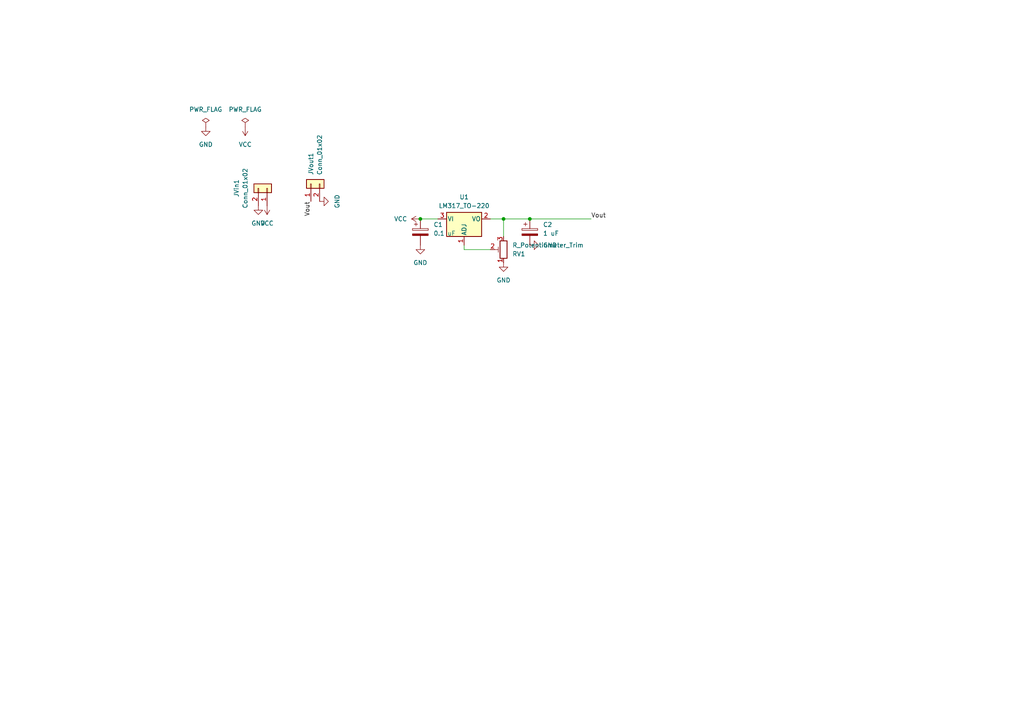
<source format=kicad_sch>
(kicad_sch (version 20230121) (generator eeschema)
  (paper "A4")
  (lib_symbols
    (symbol "Connector_Generic:Conn_01x02" (pin_names (offset 1.016) hide)
      (property "Reference" "J" (at 0 2.54 0))
      (property "Value" "Conn_01x02" (at 0 -5.08 0))
      (symbol "Conn_01x02_1_1"
        (rectangle (start -1.27 -2.413) (end 0 -2.667) (stroke (width 0.1524)))
        (rectangle (start -1.27 0.127) (end 0 -0.127) (stroke (width 0.1524)))
        (rectangle (start -1.27 1.27) (end 1.27 -3.81) (stroke (width 0.254)) (fill (type background)))
        (pin passive line (at -5.08 0 0) (length 3.81) (name "Pin_1") (number "1"))
        (pin passive line (at -5.08 -2.54 0) (length 3.81) (name "Pin_2") (number "2"))
      )
    )
    (symbol "Device:C_Polarized" (pin_numbers hide) (pin_names (offset 0.254))
      (property "Reference" "C" (at 0.635 2.54 0))
      (property "Value" "C_Polarized" (at 0.635 -2.54 0))
      (symbol "C_Polarized_0_1"
        (rectangle (start -2.286 0.508) (end 2.286 1.016))
        (polyline (pts (xy -1.778 2.286) (xy -0.762 2.286)))
        (polyline (pts (xy -1.27 2.794) (xy -1.27 1.778)))
        (rectangle (start 2.286 -0.508) (end -2.286 -1.016) (fill (type outline)))
      )
      (symbol "C_Polarized_1_1"
        (pin passive line (at 0 3.81 270) (length 2.794) (name "~") (number "1"))
        (pin passive line (at 0 -3.81 90) (length 2.794) (name "~") (number "2"))
      )
    )
    (symbol "Device:R_Potentiometer_Trim" (pin_names (offset 1.016) hide)
      (property "Reference" "RV" (at -4.445 0 90))
      (property "Value" "R_Potentiometer_Trim" (at -2.54 0 90))
      (symbol "R_Potentiometer_Trim_0_1"
        (polyline (pts (xy 1.524 0.762) (xy 1.524 -0.762)))
        (polyline (pts (xy 2.54 0) (xy 1.524 0)))
        (rectangle (start 1.016 2.54) (end -1.016 -2.54) (stroke (width 0.254)))
      )
      (symbol "R_Potentiometer_Trim_1_1"
        (pin passive line (at 0 3.81 270) (length 1.27) (name "1") (number "1"))
        (pin passive line (at 3.81 0 180) (length 1.27) (name "2") (number "2"))
        (pin passive line (at 0 -3.81 90) (length 1.27) (name "3") (number "3"))
      )
    )
    (symbol "Regulator_Linear:LM317_TO-220" (pin_names (offset 0.254))
      (property "Reference" "U" (at -3.81 3.175 0))
      (property "Value" "LM317_TO-220" (at 0 3.175 0))
      (symbol "LM317_TO-220_0_1"
        (rectangle (start -5.08 1.905) (end 5.08 -5.08) (stroke (width 0.254)) (fill (type background)))
      )
      (symbol "LM317_TO-220_1_1"
        (pin input line (at 0 -7.62 90) (length 2.54) (name "ADJ") (number "1"))
        (pin power_out line (at 7.62 0 180) (length 2.54) (name "VO") (number "2"))
        (pin power_in line (at -7.62 0 0) (length 2.54) (name "VI") (number "3"))
      )
    )
    (symbol "power:GND" (power) (pin_names (offset 0))
      (property "Value" "GND" (at 0 -3.81 0))
      (symbol "GND_0_1"
        (polyline (pts (xy 0 0) (xy 0 -1.27) (xy 1.27 -1.27) (xy 0 -2.54) (xy -1.27 -1.27) (xy 0 -1.27)))
      )
      (symbol "GND_1_1"
        (pin power_in line (at 0 0 270) (length 0) hide (name "GND") (number "1"))
      )
    )
    (symbol "power:PWR_FLAG" (power) (pin_numbers hide) (pin_names (offset 0) hide)
      (property "Value" "PWR_FLAG" (at 0 3.81 0))
      (symbol "PWR_FLAG_0_0"
        (pin power_out line (at 0 0 90) (length 0) (name "pwr") (number "1"))
      )
      (symbol "PWR_FLAG_0_1"
        (polyline (pts (xy 0 0) (xy 0 1.27) (xy -1.016 1.905) (xy 0 2.54) (xy 1.016 1.905) (xy 0 1.27)))
      )
    )
    (symbol "power:VCC" (power) (pin_names (offset 0))
      (property "Value" "VCC" (at 0 3.81 0))
      (symbol "VCC_0_1"
        (polyline (pts (xy -0.762 1.27) (xy 0 2.54)))
        (polyline (pts (xy 0 0) (xy 0 2.54)))
        (polyline (pts (xy 0 2.54) (xy 0.762 1.27)))
      )
      (symbol "VCC_1_1"
        (pin power_in line (at 0 0 90) (length 0) hide (name "VCC") (number "1"))
      )
    )
  )
  (junction (at 121.92 63.5))
  (junction (at 153.67 63.5))
  (junction (at 146.05 63.5))
  (wire (pts (xy 121.92 63.5) (xy 127 63.5)))
  (wire (pts (xy 134.62 72.39) (xy 134.62 71.12)))
  (wire (pts (xy 142.24 63.5) (xy 146.05 63.5)))
  (wire (pts (xy 153.67 63.5) (xy 171.45 63.5)))
  (wire (pts (xy 146.05 63.5) (xy 153.67 63.5)))
  (wire (pts (xy 142.24 72.39) (xy 134.62 72.39)))
  (wire (pts (xy 146.05 63.5) (xy 146.05 68.58)))
  (label "Vout" (at 90.17 58.42 270))
  (label "Vout" (at 171.45 63.5 0))
  (symbol (lib_id "power:VCC") (at 77.47 59.69 180) (unit 1)
    (property "Reference" "#PWR08" (effects hide))
    (property "Value" "VCC" (at 77.47 64.77 0))
  )
  (symbol (lib_id "Connector_Generic:Conn_01x02") (at 77.47 54.61 270) (mirror x) (unit 1)
    (property "Reference" "JVin1" (at 68.58 54.61 0))
    (property "Value" "Conn_01x02" (at 71.12 54.61 0))
    (property "Footprint" "Connector_Phoenix_MSTB:PhoenixContact_MSTBVA_2,5_2-G-5,08_1x02_P5.08mm_Vertical" (effects hide))
  )
  (symbol (lib_id "power:GND") (at 153.67 71.12 90) (unit 1)
    (property "Reference" "#PWR01" (effects hide))
    (property "Value" "GND" (at 157.48 71.12 90) (effects (justify right)))
  )
  (symbol (lib_id "power:GND") (at 146.05 76.2 0) (unit 1)
    (property "Reference" "#PWR03" (effects hide))
    (property "Value" "GND" (at 146.05 81.28 0))
  )
  (symbol (lib_id "Regulator_Linear:LM317_TO-220") (at 134.62 63.5 0) (unit 1)
    (property "Reference" "U1" (at 134.62 57.15 0))
    (property "Value" "LM317_TO-220" (at 134.62 59.69 0))
    (property "Footprint" "Package_TO_SOT_THT:TO-220-3_Vertical" (effects hide))
    (property "Datasheet" "http://www.ti.com/lit/ds/symlink/lm317.pdf" (effects hide))
  )
  (symbol (lib_id "power:PWR_FLAG") (at 71.12 36.83 0) (unit 1)
    (property "Reference" "#FLG02" (effects hide))
    (property "Value" "PWR_FLAG" (at 71.12 31.75 0))
  )
  (symbol (lib_id "Connector_Generic:Conn_01x02") (at 90.17 53.34 90) (unit 1)
    (property "Reference" "JVout1" (at 90.17 50.8 0) (effects (justify left)))
    (property "Value" "Conn_01x02" (at 92.71 50.8 0) (effects (justify left)))
    (property "Footprint" "Connector_Phoenix_MSTB:PhoenixContact_MSTBVA_2,5_2-G-5,08_1x02_P5.08mm_Vertical" (effects hide))
  )
  (symbol (lib_id "power:VCC") (at 71.12 36.83 180) (unit 1)
    (property "Reference" "#PWR07" (effects hide))
    (property "Value" "VCC" (at 71.12 41.91 0))
  )
  (symbol (lib_id "power:GND") (at 92.71 58.42 90) (unit 1)
    (property "Reference" "#PWR05" (effects hide))
    (property "Value" "GND" (at 97.79 58.42 0))
  )
  (symbol (lib_id "power:GND") (at 59.69 36.83 0) (unit 1)
    (property "Reference" "#PWR06" (effects hide))
    (property "Value" "GND" (at 59.69 41.91 0))
  )
  (symbol (lib_id "power:GND") (at 74.93 59.69 0) (unit 1)
    (property "Reference" "#PWR04" (effects hide))
    (property "Value" "GND" (at 74.93 64.77 0))
  )
  (symbol (lib_id "Device:R_Potentiometer_Trim") (at 146.05 72.39 180) (unit 1)
    (property "Reference" "RV1" (at 148.59 73.66 0) (effects (justify right)))
    (property "Value" "R_Potentiometer_Trim" (at 148.59 71.12 0) (effects (justify right)))
    (property "Footprint" "Potentiometer_THT:Potentiometer_Bourns_3296W_Vertical" (effects hide))
  )
  (symbol (lib_id "power:GND") (at 121.92 71.12 0) (unit 1)
    (property "Reference" "#PWR02" (effects hide))
    (property "Value" "GND" (at 121.92 76.2 0))
  )
  (symbol (lib_id "power:VCC") (at 121.92 63.5 90) (unit 1)
    (property "Reference" "#PWR09" (effects hide))
    (property "Value" "VCC" (at 118.11 63.5 90) (effects (justify left)))
  )
  (symbol (lib_id "Device:C_Polarized") (at 121.92 67.31 0) (unit 1)
    (property "Reference" "C1" (at 125.73 65.151 0) (effects (justify left)))
    (property "Value" "0.1 uF" (at 125.73 67.691 0) (effects (justify left)))
    (property "Footprint" "Capacitor_THT:CP_Radial_D5.0mm_P2.50mm" (effects hide))
  )
  (symbol (lib_id "power:PWR_FLAG") (at 59.69 36.83 0) (unit 1)
    (property "Reference" "#FLG01" (effects hide))
    (property "Value" "PWR_FLAG" (at 59.69 31.75 0))
  )
  (symbol (lib_id "Device:C_Polarized") (at 153.67 67.31 0) (unit 1)
    (property "Reference" "C2" (at 157.48 65.151 0) (effects (justify left)))
    (property "Value" "1 uF" (at 157.48 67.691 0) (effects (justify left)))
    (property "Footprint" "Capacitor_THT:CP_Radial_D5.0mm_P2.50mm" (effects hide))
  )
)
</source>
